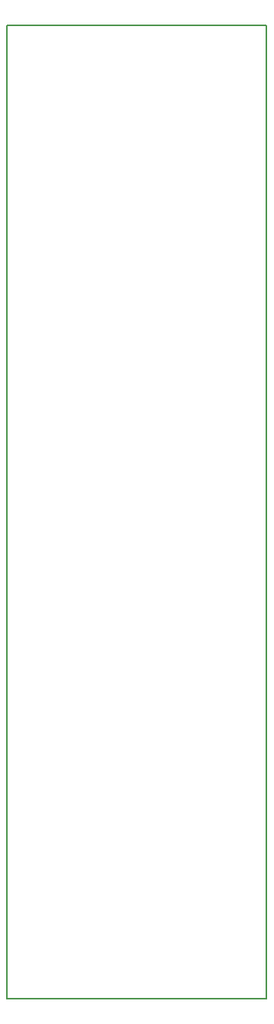
<source format=gbr>
G04 #@! TF.FileFunction,Profile,NP*
%FSLAX46Y46*%
G04 Gerber Fmt 4.6, Leading zero omitted, Abs format (unit mm)*
G04 Created by KiCad (PCBNEW 4.0.6) date 06/09/17 16:27:28*
%MOMM*%
%LPD*%
G01*
G04 APERTURE LIST*
%ADD10C,0.100000*%
%ADD11C,0.150000*%
G04 APERTURE END LIST*
D10*
D11*
X-1200000Y-28194000D02*
X-1200000Y79200000D01*
X27500000Y79200000D02*
X27500000Y-28194000D01*
X27500000Y-28194000D02*
X-1200000Y-28200000D01*
X-1200000Y79200000D02*
X27500000Y79200000D01*
M02*

</source>
